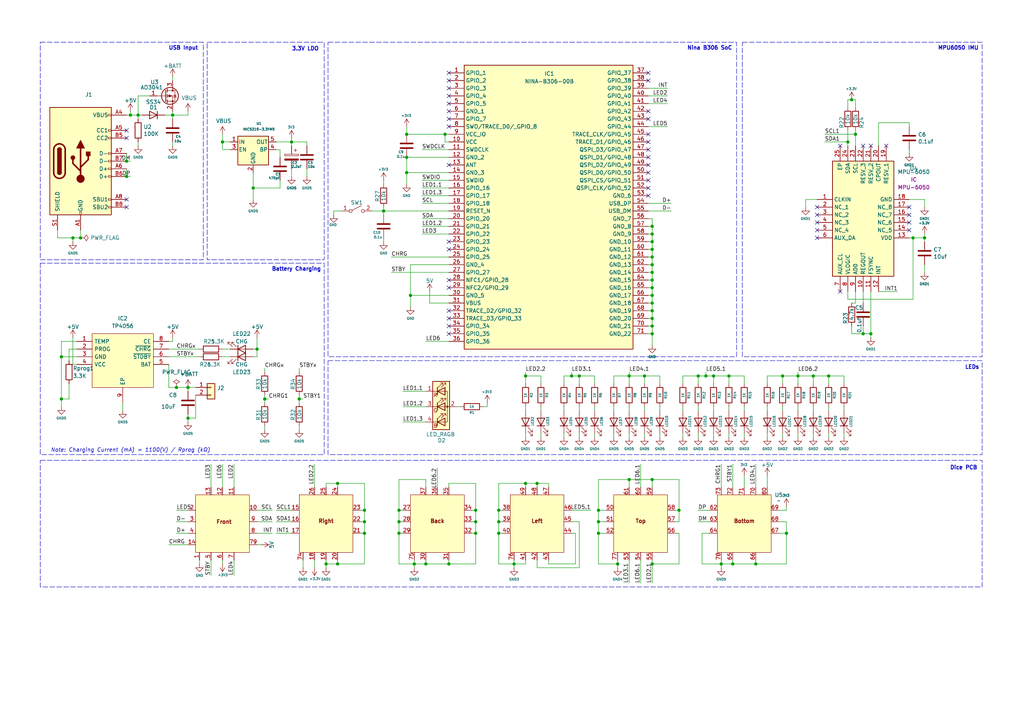
<source format=kicad_sch>
(kicad_sch (version 20231120) (generator "eeschema") (generator_version "8.0")
  (paper "User" 339 240)
  (title_block (title "BLE Dice") (company "Jobit Joseph @ Semicon Media Pvt Ltd"))
  (junction (at 285.75 110.49))
  (junction (at 215.9 102.87))
  (junction (at 215.9 100.33))
  (junction (at 215.9 186.69))
  (junction (at 134.62 52.07))
  (junction (at 198.12 168.91))
  (junction (at 215.9 80.01))
  (junction (at 215.9 90.17))
  (junction (at 132.08 172.72))
  (junction (at 260.35 176.53))
  (junction (at 281.94 33.02))
  (junction (at 120.65 168.91))
  (junction (at 215.9 92.71))
  (junction (at 43.18 38.1))
  (junction (at 306.07 78.74))
  (junction (at 191.77 124.46))
  (junction (at 213.36 124.46))
  (junction (at 134.62 44.45))
  (junction (at 127 69.85))
  (junction (at 165.1 176.53))
  (junction (at 280.67 46.99))
  (junction (at 215.9 74.93))
  (junction (at 87.63 132.08))
  (junction (at 135.89 97.79))
  (junction (at 157.48 176.53))
  (junction (at 215.9 77.47))
  (junction (at 241.3 124.46))
  (junction (at 215.9 105.41))
  (junction (at 302.26 78.74))
  (junction (at 99.06 132.08))
  (junction (at 137.16 186.69))
  (junction (at 132.08 168.91))
  (junction (at 45.72 38.1))
  (junction (at 233.68 124.46))
  (junction (at 165.1 172.72))
  (junction (at 24.13 78.74))
  (junction (at 242.57 186.69))
  (junction (at 208.28 124.46))
  (junction (at 62.23 138.43))
  (junction (at 198.12 176.53))
  (junction (at 107.95 186.69))
  (junction (at 231.14 124.46))
  (junction (at 120.65 172.72))
  (junction (at 62.23 128.27))
  (junction (at 165.1 168.91))
  (junction (at 259.08 124.46))
  (junction (at 58.42 128.27))
  (junction (at 215.9 82.55))
  (junction (at 215.9 87.63))
  (junction (at 132.08 176.53))
  (junction (at 20.32 118.11))
  (junction (at 215.9 107.95))
  (junction (at 274.32 124.46))
  (junction (at 238.76 186.69))
  (junction (at 83.82 62.23))
  (junction (at 236.22 124.46))
  (junction (at 147.32 44.45))
  (junction (at 111.76 186.69))
  (junction (at 148.59 186.69))
  (junction (at 264.16 124.46))
  (junction (at 215.9 85.09))
  (junction (at 20.32 132.08))
  (junction (at 177.8 160.02))
  (junction (at 157.48 172.72))
  (junction (at 41.91 53.34))
  (junction (at 41.91 58.42))
  (junction (at 120.65 176.53))
  (junction (at 140.97 186.69))
  (junction (at 157.48 168.91))
  (junction (at 224.79 168.91))
  (junction (at 57.15 38.1))
  (junction (at 198.12 172.72))
  (junction (at 269.24 124.46))
  (junction (at 283.21 44.45))
  (junction (at 288.29 110.49))
  (junction (at 215.9 110.49))
  (junction (at 96.52 46.99))
  (junction (at 85.09 115.57))
  (junction (at 173.99 160.02))
  (junction (at 215.9 95.25))
  (junction (at 204.47 186.69))
  (junction (at 26.67 78.74))
  (junction (at 189.23 124.46))
  (junction (at 134.62 57.15))
  (junction (at 173.99 124.46))
  (junction (at 73.66 46.99))
  (junction (at 170.18 186.69))
  (junction (at 250.19 186.69))
  (junction (at 215.9 97.79))
  (junction (at 208.28 158.75))
  (junction (at 111.76 160.02))
  (junction (at 215.9 158.75))
  (no_connect (at 41.91 68.58))
  (no_connect (at 148.59 105.41))
  (no_connect (at 270.51 71.12))
  (no_connect (at 214.63 49.53))
  (no_connect (at 214.63 52.07))
  (no_connect (at 214.63 62.23))
  (no_connect (at 270.51 78.74))
  (no_connect (at 214.63 39.37))
  (no_connect (at 300.99 73.66))
  (no_connect (at 148.59 26.67))
  (no_connect (at 288.29 48.26))
  (no_connect (at 293.37 48.26))
  (no_connect (at 214.63 59.69))
  (no_connect (at 148.59 107.95))
  (no_connect (at 148.59 80.01))
  (no_connect (at 41.91 45.72))
  (no_connect (at 300.99 76.2))
  (no_connect (at 300.99 71.12))
  (no_connect (at 148.59 34.29))
  (no_connect (at 148.59 29.21))
  (no_connect (at 214.63 44.45))
  (no_connect (at 148.59 92.71))
  (no_connect (at 148.59 24.13))
  (no_connect (at 148.59 110.49))
  (no_connect (at 148.59 95.25))
  (no_connect (at 278.13 48.26))
  (no_connect (at 41.91 66.04))
  (no_connect (at 270.51 73.66))
  (no_connect (at 214.63 54.61))
  (no_connect (at 285.75 48.26))
  (no_connect (at 148.59 54.61))
  (no_connect (at 214.63 26.67))
  (no_connect (at 148.59 102.87))
  (no_connect (at 148.59 31.75))
  (no_connect (at 41.91 43.18))
  (no_connect (at 148.59 36.83))
  (no_connect (at 300.99 68.58))
  (no_connect (at 214.63 64.77))
  (no_connect (at 278.13 96.52))
  (no_connect (at 148.59 39.37))
  (no_connect (at 270.51 76.2))
  (no_connect (at 214.63 36.83))
  (no_connect (at 214.63 24.13))
  (no_connect (at 148.59 82.55))
  (no_connect (at 270.51 68.58))
  (no_connect (at 214.63 57.15))
  (no_connect (at 148.59 41.91))
  (no_connect (at 214.63 46.99))
  (wire (pts (xy 41.91 58.42) (xy 43.18 58.42)))
  (wire (pts (xy 212.09 153.67) (xy 212.09 161.29)))
  (wire (pts (xy 129.54 85.09) (xy 148.59 85.09)))
  (wire (pts (xy 280.67 48.26) (xy 280.67 46.99)))
  (wire (pts (xy 186.69 124.46) (xy 189.23 124.46)))
  (wire (pts (xy 198.12 172.72) (xy 200.66 172.72)))
  (wire (pts (xy 41.91 50.8) (xy 41.91 53.34)))
  (wire (pts (xy 57.15 25.4) (xy 57.15 26.67)))
  (wire (pts (xy 259.08 124.46) (xy 259.08 127)))
  (wire (pts (xy 259.08 134.62) (xy 259.08 135.89)))
  (wire (pts (xy 101.6 55.88) (xy 101.6 58.42)))
  (wire (pts (xy 19.05 76.2) (xy 19.05 78.74)))
  (wire (pts (xy 215.9 193.04) (xy 215.9 186.69)))
  (wire (pts (xy 96.52 58.42) (xy 96.52 55.88)))
  (wire (pts (xy 156.21 172.72) (xy 157.48 172.72)))
  (wire (pts (xy 208.28 124.46) (xy 213.36 124.46)))
  (wire (pts (xy 43.18 36.83) (xy 43.18 38.1)))
  (wire (pts (xy 306.07 77.47) (xy 306.07 78.74)))
  (wire (pts (xy 241.3 134.62) (xy 241.3 135.89)))
  (wire (pts (xy 300.99 49.53) (xy 300.99 50.8)))
  (wire (pts (xy 137.16 186.69) (xy 137.16 185.42)))
  (wire (pts (xy 62.23 138.43) (xy 62.23 139.7)))
  (wire (pts (xy 285.75 107.95) (xy 285.75 110.49)))
  (wire (pts (xy 134.62 44.45) (xy 147.32 44.45)))
  (wire (pts (xy 208.28 134.62) (xy 208.28 135.89)))
  (wire (pts (xy 111.76 186.69) (xy 107.95 186.69)))
  (wire (pts (xy 231.14 143.51) (xy 231.14 144.78)))
  (wire (pts (xy 139.7 72.39) (xy 148.59 72.39)))
  (wire (pts (xy 129.54 90.17) (xy 148.59 90.17)))
  (wire (pts (xy 283.21 43.18) (xy 283.21 44.45)))
  (wire (pts (xy 83.82 115.57) (xy 85.09 115.57)))
  (wire (pts (xy 148.59 52.07) (xy 134.62 52.07)))
  (wire (pts (xy 280.67 99.06) (xy 302.26 99.06)))
  (wire (pts (xy 139.7 59.69) (xy 148.59 59.69)))
  (wire (pts (xy 215.9 77.47) (xy 215.9 80.01)))
  (wire (pts (xy 191.77 124.46) (xy 191.77 127)))
  (wire (pts (xy 177.8 160.02) (xy 173.99 160.02)))
  (wire (pts (xy 231.14 168.91) (xy 234.95 168.91)))
  (wire (pts (xy 92.71 49.53) (xy 91.44 49.53)))
  (wire (pts (xy 179.07 124.46) (xy 179.07 127)))
  (wire (pts (xy 133.35 134.62) (xy 140.97 134.62)))
  (wire (pts (xy 62.23 138.43) (xy 62.23 137.16)))
  (wire (pts (xy 181.61 160.02) (xy 177.8 160.02)))
  (wire (pts (xy 22.86 132.08) (xy 20.32 132.08)))
  (wire (pts (xy 157.48 186.69) (xy 148.59 186.69)))
  (wire (pts (xy 196.85 124.46) (xy 196.85 127)))
  (wire (pts (xy 236.22 124.46) (xy 241.3 124.46)))
  (wire (pts (xy 127 59.69) (xy 127 60.96)))
  (wire (pts (xy 215.9 186.69) (xy 215.9 185.42)))
  (wire (pts (xy 107.95 186.69) (xy 107.95 185.42)))
  (wire (pts (xy 218.44 143.51) (xy 218.44 144.78)))
  (wire (pts (xy 120.65 160.02) (xy 120.65 168.91)))
  (wire (pts (xy 220.98 41.91) (xy 214.63 41.91)))
  (wire (pts (xy 214.63 100.33) (xy 215.9 100.33)))
  (wire (pts (xy 139.7 74.93) (xy 148.59 74.93)))
  (wire (pts (xy 119.38 172.72) (xy 120.65 172.72)))
  (wire (pts (xy 264.16 123.19) (xy 264.16 124.46)))
  (wire (pts (xy 306.07 87.63) (xy 306.07 90.17)))
  (wire (pts (xy 139.7 64.77) (xy 148.59 64.77)))
  (wire (pts (xy 173.99 186.69) (xy 170.18 186.69)))
  (wire (pts (xy 214.63 107.95) (xy 215.9 107.95)))
  (wire (pts (xy 222.25 69.85) (xy 214.63 69.85)))
  (wire (pts (xy 157.48 168.91) (xy 157.48 172.72)))
  (wire (pts (xy 231.14 134.62) (xy 231.14 135.89)))
  (wire (pts (xy 45.72 38.1) (xy 46.99 38.1)))
  (wire (pts (xy 156.21 176.53) (xy 157.48 176.53)))
  (wire (pts (xy 215.9 100.33) (xy 215.9 102.87)))
  (wire (pts (xy 215.9 158.75) (xy 215.9 161.29)))
  (wire (pts (xy 246.38 124.46) (xy 246.38 127)))
  (wire (pts (xy 120.65 186.69) (xy 111.76 186.69)))
  (wire (pts (xy 57.15 38.1) (xy 62.23 38.1)))
  (wire (pts (xy 22.86 127) (xy 22.86 132.08)))
  (wire (pts (xy 222.25 67.31) (xy 214.63 67.31)))
  (wire (pts (xy 92.71 52.07) (xy 92.71 49.53)))
  (wire (pts (xy 231.14 172.72) (xy 234.95 172.72)))
  (wire (pts (xy 236.22 143.51) (xy 236.22 144.78)))
  (wire (pts (xy 165.1 168.91) (xy 165.1 172.72)))
  (wire (pts (xy 173.99 160.02) (xy 165.1 160.02)))
  (wire (pts (xy 198.12 172.72) (xy 198.12 176.53)))
  (wire (pts (xy 280.67 96.52) (xy 280.67 99.06)))
  (wire (pts (xy 191.77 134.62) (xy 191.77 135.89)))
  (wire (pts (xy 165.1 172.72) (xy 166.37 172.72)))
  (wire (pts (xy 104.14 153.67) (xy 104.14 161.29)))
  (wire (pts (xy 173.99 127) (xy 173.99 124.46)))
  (wire (pts (xy 165.1 172.72) (xy 165.1 176.53)))
  (wire (pts (xy 135.89 97.79) (xy 148.59 97.79)))
  (wire (pts (xy 43.18 38.1) (xy 45.72 38.1)))
  (wire (pts (xy 148.59 160.02) (xy 157.48 160.02)))
  (wire (pts (xy 133.35 129.54) (xy 140.97 129.54)))
  (wire (pts (xy 55.88 115.57) (xy 66.04 115.57)))
  (wire (pts (xy 90.17 168.91) (xy 85.09 168.91)))
  (wire (pts (xy 58.42 172.72) (xy 62.23 172.72)))
  (wire (pts (xy 231.14 124.46) (xy 231.14 127)))
  (wire (pts (xy 62.23 128.27) (xy 62.23 129.54)))
  (wire (pts (xy 246.38 143.51) (xy 246.38 144.78)))
  (wire (pts (xy 148.59 46.99) (xy 147.32 46.99)))
  (wire (pts (xy 64.77 138.43) (xy 62.23 138.43)))
  (wire (pts (xy 223.52 172.72) (xy 224.79 172.72)))
  (wire (pts (xy 73.66 186.69) (xy 73.66 185.42)))
  (wire (pts (xy 96.52 46.99) (xy 96.52 48.26)))
  (wire (pts (xy 203.2 143.51) (xy 203.2 144.78)))
  (wire (pts (xy 189.23 123.19) (xy 189.23 124.46)))
  (wire (pts (xy 120.65 176.53) (xy 120.65 186.69)))
  (wire (pts (xy 259.08 143.51) (xy 259.08 144.78)))
  (wire (pts (xy 264.16 134.62) (xy 264.16 135.89)))
  (wire (pts (xy 83.82 62.23) (xy 83.82 66.04)))
  (wire (pts (xy 107.95 187.96) (xy 107.95 186.69)))
  (wire (pts (xy 87.63 132.08) (xy 88.9 132.08)))
  (wire (pts (xy 254 143.51) (xy 254 144.78)))
  (wire (pts (xy 280.67 33.02) (xy 281.94 33.02)))
  (wire (pts (xy 19.05 78.74) (xy 24.13 78.74)))
  (wire (pts (xy 281.94 107.95) (xy 281.94 110.49)))
  (wire (pts (xy 157.48 172.72) (xy 157.48 176.53)))
  (wire (pts (xy 148.59 185.42) (xy 148.59 186.69)))
  (wire (pts (xy 41.91 55.88) (xy 41.91 58.42)))
  (wire (pts (xy 57.15 113.03) (xy 57.15 111.76)))
  (wire (pts (xy 226.06 124.46) (xy 231.14 124.46)))
  (wire (pts (xy 198.12 168.91) (xy 198.12 172.72)))
  (wire (pts (xy 273.05 44.45) (xy 283.21 44.45)))
  (wire (pts (xy 133.35 168.91) (xy 132.08 168.91)))
  (wire (pts (xy 260.35 172.72) (xy 260.35 176.53)))
  (wire (pts (xy 127 80.01) (xy 127 78.74)))
  (wire (pts (xy 269.24 124.46) (xy 269.24 127)))
  (wire (pts (xy 281.94 100.33) (xy 283.21 100.33)))
  (wire (pts (xy 134.62 41.91) (xy 134.62 44.45)))
  (wire (pts (xy 257.81 176.53) (xy 260.35 176.53)))
  (wire (pts (xy 223.52 176.53) (xy 224.79 176.53)))
  (wire (pts (xy 208.28 158.75) (xy 198.12 158.75)))
  (wire (pts (xy 224.79 172.72) (xy 224.79 168.91)))
  (wire (pts (xy 173.99 160.02) (xy 173.99 161.29)))
  (wire (pts (xy 215.9 110.49) (xy 215.9 114.3)))
  (wire (pts (xy 208.28 124.46) (xy 208.28 127)))
  (wire (pts (xy 215.9 102.87) (xy 215.9 105.41)))
  (wire (pts (xy 198.12 176.53) (xy 198.12 186.69)))
  (wire (pts (xy 55.88 180.34) (xy 62.23 180.34)))
  (wire (pts (xy 215.9 80.01) (xy 215.9 82.55)))
  (wire (pts (xy 191.77 143.51) (xy 191.77 144.78)))
  (wire (pts (xy 212.09 193.04) (xy 212.09 185.42)))
  (wire (pts (xy 246.38 134.62) (xy 246.38 135.89)))
  (wire (pts (xy 173.99 185.42) (xy 173.99 186.69)))
  (wire (pts (xy 285.75 110.49) (xy 288.29 110.49)))
  (wire (pts (xy 215.9 74.93) (xy 215.9 77.47)))
  (wire (pts (xy 242.57 185.42) (xy 242.57 186.69)))
  (wire (pts (xy 283.21 48.26) (xy 283.21 44.45)))
  (wire (pts (xy 198.12 186.69) (xy 204.47 186.69)))
  (wire (pts (xy 40.64 133.35) (xy 40.64 135.89)))
  (wire (pts (xy 220.98 34.29) (xy 214.63 34.29)))
  (wire (pts (xy 264.16 124.46) (xy 264.16 127)))
  (wire (pts (xy 283.21 35.56) (xy 283.21 33.02)))
  (wire (pts (xy 92.71 59.69) (xy 92.71 62.23)))
  (wire (pts (xy 204.47 187.96) (xy 204.47 186.69)))
  (wire (pts (xy 147.32 46.99) (xy 147.32 44.45)))
  (wire (pts (xy 242.57 186.69) (xy 238.76 186.69)))
  (wire (pts (xy 264.16 124.46) (xy 269.24 124.46)))
  (wire (pts (xy 234.95 176.53) (xy 232.41 176.53)))
  (wire (pts (xy 165.1 186.69) (xy 170.18 186.69)))
  (wire (pts (xy 77.47 190.5) (xy 77.47 185.42)))
  (wire (pts (xy 132.08 186.69) (xy 137.16 186.69)))
  (wire (pts (xy 85.09 115.57) (xy 85.09 118.11)))
  (wire (pts (xy 144.78 154.94) (xy 144.78 161.29)))
  (wire (pts (xy 77.47 153.67) (xy 77.47 161.29)))
  (wire (pts (xy 214.63 87.63) (xy 215.9 87.63)))
  (wire (pts (xy 186.69 127) (xy 186.69 124.46)))
  (wire (pts (xy 254 157.48) (xy 254 161.29)))
  (wire (pts (xy 96.52 45.72) (xy 96.52 46.99)))
  (wire (pts (xy 139.7 62.23) (xy 148.59 62.23)))
  (wire (pts (xy 214.63 92.71) (xy 215.9 92.71)))
  (wire (pts (xy 127 69.85) (xy 127 71.12)))
  (wire (pts (xy 215.9 82.55) (xy 215.9 85.09)))
  (wire (pts (xy 147.32 44.45) (xy 148.59 44.45)))
  (wire (pts (xy 24.13 78.74) (xy 24.13 80.01)))
  (wire (pts (xy 300.99 40.64) (xy 300.99 41.91)))
  (wire (pts (xy 232.41 176.53) (xy 232.41 186.69)))
  (wire (pts (xy 87.63 130.81) (xy 87.63 132.08)))
  (wire (pts (xy 269.24 143.51) (xy 269.24 144.78)))
  (wire (pts (xy 99.06 130.81) (xy 99.06 132.08)))
  (wire (pts (xy 214.63 80.01) (xy 215.9 80.01)))
  (wire (pts (xy 86.36 180.34) (xy 85.09 180.34)))
  (wire (pts (xy 223.52 168.91) (xy 224.79 168.91)))
  (wire (pts (xy 215.9 85.09) (xy 215.9 87.63)))
  (wire (pts (xy 220.98 29.21) (xy 214.63 29.21)))
  (wire (pts (xy 195.58 168.91) (xy 189.23 168.91)))
  (wire (pts (xy 214.63 72.39) (xy 215.9 72.39)))
  (wire (pts (xy 179.07 134.62) (xy 179.07 135.89)))
  (wire (pts (xy 189.23 124.46) (xy 191.77 124.46)))
  (wire (pts (xy 110.49 69.85) (xy 113.03 69.85)))
  (wire (pts (xy 49.53 31.75) (xy 45.72 31.75)))
  (wire (pts (xy 140.97 185.42) (xy 140.97 186.69)))
  (wire (pts (xy 64.77 130.81) (xy 64.77 138.43)))
  (wire (pts (xy 213.36 134.62) (xy 213.36 135.89)))
  (wire (pts (xy 215.9 107.95) (xy 215.9 110.49)))
  (wire (pts (xy 214.63 102.87) (xy 215.9 102.87)))
  (wire (pts (xy 170.18 187.96) (xy 170.18 186.69)))
  (wire (pts (xy 186.69 134.62) (xy 186.69 135.89)))
  (wire (pts (xy 132.08 172.72) (xy 133.35 172.72)))
  (wire (pts (xy 269.24 134.62) (xy 269.24 135.89)))
  (wire (pts (xy 132.08 176.53) (xy 132.08 186.69)))
  (wire (pts (xy 140.97 113.03) (xy 148.59 113.03)))
  (wire (pts (xy 99.06 132.08) (xy 99.06 133.35)))
  (wire (pts (xy 173.99 123.19) (xy 173.99 124.46)))
  (wire (pts (xy 250.19 185.42) (xy 250.19 186.69)))
  (wire (pts (xy 135.89 87.63) (xy 135.89 97.79)))
  (wire (pts (xy 142.24 100.33) (xy 142.24 96.52)))
  (wire (pts (xy 62.23 128.27) (xy 64.77 128.27)))
  (wire (pts (xy 279.4 143.51) (xy 279.4 144.78)))
  (wire (pts (xy 260.35 168.91) (xy 260.35 167.64)))
  (wire (pts (xy 45.72 31.75) (xy 45.72 38.1)))
  (wire (pts (xy 134.62 57.15) (xy 134.62 60.96)))
  (wire (pts (xy 119.38 168.91) (xy 120.65 168.91)))
  (wire (pts (xy 148.59 69.85) (xy 127 69.85)))
  (wire (pts (xy 148.59 186.69) (xy 140.97 186.69)))
  (wire (pts (xy 257.81 172.72) (xy 260.35 172.72)))
  (wire (pts (xy 177.8 185.42) (xy 177.8 187.96)))
  (wire (pts (xy 226.06 143.51) (xy 226.06 144.78)))
  (wire (pts (xy 119.38 176.53) (xy 120.65 176.53)))
  (wire (pts (xy 25.4 120.65) (xy 24.13 120.65)))
  (wire (pts (xy 215.9 186.69) (xy 224.79 186.69)))
  (wire (pts (xy 55.88 128.27) (xy 58.42 128.27)))
  (wire (pts (xy 161.29 134.62) (xy 161.29 133.35)))
  (wire (pts (xy 57.15 46.99) (xy 57.15 48.26)))
  (wire (pts (xy 224.79 168.91) (xy 224.79 158.75)))
  (wire (pts (xy 302.26 78.74) (xy 306.07 78.74)))
  (wire (pts (xy 288.29 110.49) (xy 288.29 111.76)))
  (wire (pts (xy 24.13 111.76) (xy 24.13 120.65)))
  (wire (pts (xy 148.59 100.33) (xy 142.24 100.33)))
  (wire (pts (xy 257.81 168.91) (xy 260.35 168.91)))
  (wire (pts (xy 99.06 142.24) (xy 99.06 140.97)))
  (wire (pts (xy 302.26 99.06) (xy 302.26 78.74)))
  (wire (pts (xy 20.32 132.08) (xy 20.32 134.62)))
  (wire (pts (xy 73.66 46.99) (xy 76.2 46.99)))
  (wire (pts (xy 306.07 68.58) (xy 306.07 66.04)))
  (wire (pts (xy 213.36 124.46) (xy 218.44 124.46)))
  (wire (pts (xy 20.32 113.03) (xy 20.32 118.11)))
  (wire (pts (xy 157.48 160.02) (xy 157.48 168.91)))
  (wire (pts (xy 297.18 96.52) (xy 290.83 96.52)))
  (wire (pts (xy 110.49 69.85) (xy 110.49 71.12)))
  (wire (pts (xy 127 69.85) (xy 127 68.58)))
  (wire (pts (xy 198.12 158.75) (xy 198.12 168.91)))
  (wire (pts (xy 250.19 153.67) (xy 250.19 161.29)))
  (wire (pts (xy 152.4 134.62) (xy 151.13 134.62)))
  (wire (pts (xy 215.9 90.17) (xy 215.9 92.71)))
  (wire (pts (xy 259.08 124.46) (xy 264.16 124.46)))
  (wire (pts (xy 208.28 143.51) (xy 208.28 144.78)))
  (wire (pts (xy 215.9 158.75) (xy 208.28 158.75)))
  (wire (pts (xy 139.7 67.31) (xy 148.59 67.31)))
  (wire (pts (xy 41.91 38.1) (xy 43.18 38.1)))
  (wire (pts (xy 177.8 160.02) (xy 177.8 161.29)))
  (wire (pts (xy 214.63 90.17) (xy 215.9 90.17)))
  (wire (pts (xy 242.57 153.67) (xy 242.57 161.29)))
  (wire (pts (xy 170.18 186.69) (xy 170.18 185.42)))
  (wire (pts (xy 99.06 132.08) (xy 100.33 132.08)))
  (wire (pts (xy 55.88 113.03) (xy 57.15 113.03)))
  (wire (pts (xy 274.32 134.62) (xy 274.32 135.89)))
  (wire (pts (xy 134.62 52.07) (xy 134.62 57.15)))
  (wire (pts (xy 283.21 100.33) (xy 283.21 96.52)))
  (wire (pts (xy 107.95 160.02) (xy 111.76 160.02)))
  (wire (pts (xy 204.47 186.69) (xy 204.47 185.42)))
  (wire (pts (xy 238.76 186.69) (xy 238.76 185.42)))
  (wire (pts (xy 58.42 168.91) (xy 62.23 168.91)))
  (wire (pts (xy 92.71 62.23) (xy 83.82 62.23)))
  (wire (pts (xy 203.2 124.46) (xy 208.28 124.46)))
  (wire (pts (xy 165.1 160.02) (xy 165.1 168.91)))
  (wire (pts (xy 215.9 105.41) (xy 215.9 107.95)))
  (wire (pts (xy 22.86 119.38) (xy 22.86 115.57)))
  (wire (pts (xy 190.5 186.69) (xy 190.5 176.53)))
  (wire (pts (xy 233.68 123.19) (xy 233.68 124.46)))
  (wire (pts (xy 96.52 46.99) (xy 101.6 46.99)))
  (wire (pts (xy 208.28 123.19) (xy 208.28 124.46)))
  (wire (pts (xy 233.68 124.46) (xy 236.22 124.46)))
  (wire (pts (xy 132.08 172.72) (xy 132.08 176.53)))
  (wire (pts (xy 181.61 185.42) (xy 181.61 186.69)))
  (wire (pts (xy 214.63 97.79) (xy 215.9 97.79)))
  (wire (pts (xy 224.79 158.75) (xy 215.9 158.75)))
  (wire (pts (xy 91.44 176.53) (xy 96.52 176.53)))
  (wire (pts (xy 191.77 187.96) (xy 191.77 172.72)))
  (wire (pts (xy 274.32 143.51) (xy 274.32 144.78)))
  (wire (pts (xy 203.2 134.62) (xy 203.2 135.89)))
  (wire (pts (xy 280.67 43.18) (xy 280.67 46.99)))
  (wire (pts (xy 254 127) (xy 254 124.46)))
  (wire (pts (xy 91.44 172.72) (xy 96.52 172.72)))
  (wire (pts (xy 111.76 185.42) (xy 111.76 186.69)))
  (wire (pts (xy 254 134.62) (xy 254 135.89)))
  (wire (pts (xy 20.32 118.11) (xy 20.32 132.08)))
  (wire (pts (xy 87.63 132.08) (xy 87.63 133.35)))
  (wire (pts (xy 196.85 143.51) (xy 196.85 144.78)))
  (wire (pts (xy 300.99 78.74) (xy 302.26 78.74)))
  (wire (pts (xy 290.83 48.26) (xy 290.83 40.64)))
  (wire (pts (xy 214.63 77.47) (xy 215.9 77.47)))
  (wire (pts (xy 215.9 95.25) (xy 215.9 97.79)))
  (wire (pts (xy 123.19 69.85) (xy 127 69.85)))
  (wire (pts (xy 196.85 134.62) (xy 196.85 135.89)))
  (wire (pts (xy 231.14 124.46) (xy 233.68 124.46)))
  (wire (pts (xy 73.66 44.45) (xy 73.66 46.99)))
  (wire (pts (xy 214.63 74.93) (xy 215.9 74.93)))
  (wire (pts (xy 99.06 121.92) (xy 99.06 123.19)))
  (wire (pts (xy 241.3 143.51) (xy 241.3 144.78)))
  (wire (pts (xy 214.63 95.25) (xy 215.9 95.25)))
  (wire (pts (xy 177.8 187.96) (xy 191.77 187.96)))
  (wire (pts (xy 191.77 124.46) (xy 196.85 124.46)))
  (wire (pts (xy 107.95 161.29) (xy 107.95 160.02)))
  (wire (pts (xy 85.09 111.76) (xy 85.09 115.57)))
  (wire (pts (xy 283.21 33.02) (xy 281.94 33.02)))
  (wire (pts (xy 232.41 186.69) (xy 238.76 186.69)))
  (wire (pts (xy 220.98 31.75) (xy 214.63 31.75)))
  (wire (pts (xy 214.63 110.49) (xy 215.9 110.49)))
  (wire (pts (xy 241.3 124.46) (xy 246.38 124.46)))
  (wire (pts (xy 236.22 134.62) (xy 236.22 135.89)))
  (wire (pts (xy 26.67 76.2) (xy 26.67 78.74)))
  (wire (pts (xy 135.89 97.79) (xy 135.89 101.6)))
  (wire (pts (xy 279.4 134.62) (xy 279.4 135.89)))
  (wire (pts (xy 250.19 186.69) (xy 242.57 186.69)))
  (wire (pts (xy 269.24 124.46) (xy 274.32 124.46)))
  (wire (pts (xy 241.3 124.46) (xy 241.3 127)))
  (wire (pts (xy 55.88 118.11) (xy 66.04 118.11)))
  (wire (pts (xy 165.1 168.91) (xy 166.37 168.91)))
  (wire (pts (xy 139.7 49.53) (xy 148.59 49.53)))
  (wire (pts (xy 111.76 160.02) (xy 120.65 160.02)))
  (wire (pts (xy 208.28 161.29) (xy 208.28 158.75)))
  (wire (pts (xy 91.44 46.99) (xy 96.52 46.99)))
  (wire (pts (xy 173.99 143.51) (xy 173.99 144.78)))
  (wire (pts (xy 203.2 127) (xy 203.2 124.46)))
  (wire (pts (xy 66.04 186.69) (xy 66.04 185.42)))
  (wire (pts (xy 111.76 160.02) (xy 111.76 161.29)))
  (wire (pts (xy 90.17 172.72) (xy 85.09 172.72)))
  (wire (pts (xy 288.29 96.52) (xy 288.29 110.49)))
  (wire (pts (xy 101.6 48.26) (xy 101.6 46.99)))
  (wire (pts (xy 238.76 187.96) (xy 238.76 186.69)))
  (wire (pts (xy 148.59 87.63) (xy 135.89 87.63)))
  (wire (pts (xy 218.44 124.46) (xy 218.44 127)))
  (wire (pts (xy 69.85 190.5) (xy 69.85 185.42)))
  (wire (pts (xy 198.12 176.53) (xy 200.66 176.53)))
  (wire (pts (xy 132.08 176.53) (xy 133.35 176.53)))
  (wire (pts (xy 120.65 172.72) (xy 120.65 176.53)))
  (wire (pts (xy 90.17 176.53) (xy 85.09 176.53)))
  (wire (pts (xy 179.07 143.51) (xy 179.07 144.78)))
  (wire (pts (xy 87.63 121.92) (xy 87.63 123.19)))
  (wire (pts (xy 260.35 186.69) (xy 250.19 186.69)))
  (wire (pts (xy 132.08 168.91) (xy 132.08 172.72)))
  (wire (pts (xy 91.44 168.91) (xy 96.52 168.91)))
  (wire (pts (xy 173.99 134.62) (xy 173.99 135.89)))
  (wire (pts (xy 214.63 105.41) (xy 215.9 105.41)))
  (wire (pts (xy 226.06 127) (xy 226.06 124.46)))
  (wire (pts (xy 236.22 124.46) (xy 236.22 127)))
  (wire (pts (xy 139.7 77.47) (xy 148.59 77.47)))
  (wire (pts (xy 218.44 134.62) (xy 218.44 135.89)))
  (wire (pts (xy 73.66 118.11) (xy 76.2 118.11)))
  (wire (pts (xy 24.13 78.74) (xy 26.67 78.74)))
  (wire (pts (xy 224.79 176.53) (xy 224.79 186.69)))
  (wire (pts (xy 22.86 115.57) (xy 25.4 115.57)))
  (wire (pts (xy 58.42 128.27) (xy 62.23 128.27)))
  (wire (pts (xy 73.66 49.53) (xy 73.66 46.99)))
  (wire (pts (xy 83.82 57.15) (xy 83.82 62.23)))
  (wire (pts (xy 104.14 187.96) (xy 104.14 185.42)))
  (wire (pts (xy 140.97 161.29) (xy 140.97 158.75)))
  (wire (pts (xy 148.59 161.29) (xy 148.59 160.02)))
  (wire (pts (xy 132.08 158.75) (xy 132.08 168.91)))
  (wire (pts (xy 140.97 158.75) (xy 132.08 158.75)))
  (wire (pts (xy 165.1 176.53) (xy 166.37 176.53)))
  (wire (pts (xy 260.35 176.53) (xy 260.35 186.69)))
  (wire (pts (xy 190.5 176.53) (xy 189.23 176.53)))
  (wire (pts (xy 213.36 143.51) (xy 213.36 144.78)))
  (wire (pts (xy 186.69 143.51) (xy 186.69 144.78)))
  (wire (pts (xy 45.72 46.99) (xy 45.72 48.26)))
  (wire (pts (xy 274.32 124.46) (xy 279.4 124.46)))
  (wire (pts (xy 73.66 115.57) (xy 76.2 115.57)))
  (wire (pts (xy 120.65 168.91) (xy 120.65 172.72)))
  (wire (pts (xy 270.51 66.04) (xy 266.7 66.04)))
  (wire (pts (xy 161.29 134.62) (xy 160.02 134.62)))
  (wire (pts (xy 208.28 193.04) (xy 208.28 185.42)))
  (wire (pts (xy 133.35 139.7) (xy 140.97 139.7)))
  (wire (pts (xy 266.7 66.04) (xy 266.7 68.58)))
  (wire (pts (xy 214.63 85.09) (xy 215.9 85.09)))
  (wire (pts (xy 214.63 82.55) (xy 215.9 82.55)))
  (wire (pts (xy 69.85 153.67) (xy 69.85 161.29)))
  (wire (pts (xy 140.97 186.69) (xy 137.16 186.69)))
  (wire (pts (xy 215.9 87.63) (xy 215.9 90.17)))
  (wire (pts (xy 73.66 153.67) (xy 73.66 161.29)))
  (wire (pts (xy 191.77 172.72) (xy 189.23 172.72)))
  (wire (pts (xy 290.83 40.64) (xy 300.99 40.64)))
  (wire (pts (xy 76.2 49.53) (xy 73.66 49.53)))
  (wire (pts (xy 25.4 113.03) (xy 20.32 113.03)))
  (wire (pts (xy 280.67 35.56) (xy 280.67 33.02)))
  (wire (pts (xy 198.12 168.91) (xy 200.66 168.91)))
  (wire (pts (xy 274.32 124.46) (xy 274.32 127)))
  (wire (pts (xy 264.16 143.51) (xy 264.16 144.78)))
  (wire (pts (xy 165.1 176.53) (xy 165.1 186.69)))
  (wire (pts (xy 306.07 66.04) (xy 300.99 66.04)))
  (wire (pts (xy 58.42 176.53) (xy 62.23 176.53)))
  (wire (pts (xy 137.16 187.96) (xy 137.16 186.69)))
  (wire (pts (xy 83.82 118.11) (xy 85.09 118.11)))
  (wire (pts (xy 57.15 38.1) (xy 57.15 39.37)))
  (wire (pts (xy 238.76 153.67) (xy 238.76 161.29)))
  (wire (pts (xy 215.9 92.71) (xy 215.9 95.25)))
  (wire (pts (xy 100.33 187.96) (xy 100.33 185.42)))
  (wire (pts (xy 45.72 38.1) (xy 45.72 39.37)))
  (wire (pts (xy 226.06 134.62) (xy 226.06 135.89)))
  (wire (pts (xy 254 124.46) (xy 259.08 124.46)))
  (wire (pts (xy 62.23 36.83) (xy 62.23 38.1)))
  (wire (pts (xy 281.94 110.49) (xy 285.75 110.49)))
  (wire (pts (xy 134.62 57.15) (xy 148.59 57.15)))
  (wire (pts (xy 55.88 120.65) (xy 55.88 128.27)))
  (wire (pts (xy 215.9 72.39) (xy 215.9 74.93)))
  (wire (pts (xy 306.07 78.74) (xy 306.07 80.01)))
  (wire (pts (xy 173.99 124.46) (xy 179.07 124.46)))
  (wire (pts (xy 57.15 36.83) (xy 57.15 38.1)))
  (wire (pts (xy 213.36 124.46) (xy 213.36 127)))
  (wire (pts (xy 273.05 46.99) (xy 280.67 46.99)))
  (wire (pts (xy 25.4 118.11) (xy 20.32 118.11)))
  (wire (pts (xy 181.61 186.69) (xy 190.5 186.69)))
  (wire (pts (xy 54.61 38.1) (xy 57.15 38.1)))
  (wire (pts (xy 87.63 142.24) (xy 87.63 140.97)))
  (wire (pts (xy 215.9 97.79) (xy 215.9 100.33)))
  (wire (pts (xy 41.91 53.34) (xy 43.18 53.34)))
  (wire (pts (xy 246.38 157.48) (xy 246.38 161.29)))
  (wire (pts (xy 181.61 161.29) (xy 181.61 160.02)))
  (wire (pts (xy 279.4 124.46) (xy 279.4 127)))
  (wire (pts (xy 156.21 168.91) (xy 157.48 168.91)))
  (wire (pts (xy 285.75 100.33) (xy 285.75 96.52)))
  (wire (pts (xy 157.48 176.53) (xy 157.48 186.69)))
  (rectangle (start 13.335 152.4) (end 325.12 194.31) (stroke (width 0) (type dash)))
  (rectangle (start 108.585 119.38) (end 325.12 150.495) (stroke (width 0) (type dash)))
  (rectangle (start 13.335 87.122) (end 107.315 150.495) (stroke (width 0) (type dash)))
  (rectangle (start 13.335 13.97) (end 67.31 85.979) (stroke (width 0) (type dash)))
  (rectangle (start 108.585 13.97) (end 243.84 118.11) (stroke (width 0) (type dash)))
  (rectangle (start 68.58 13.97) (end 107.315 85.979) (stroke (width 0) (type dash)))
  (rectangle (start 245.745 13.97) (end 325.12 118.11) (stroke (width 0) (type dash)))
  (text "Nina B306 SoC" (at 234.95 16.002 0) (effects (font (size 1.27 1.27) (thickness 0.254) (bold yes))))
  (text "MPU6050 IMU" (at 317.246 16.002 0) (effects (font (size 1.27 1.27) (thickness 0.254) (bold yes))))
  (text "Note: Charging Current (mA) = 1100(V) / Rprog (kΩ)" (at 16.764 149.86 0) (effects (font (size 1.27 1.27) (italic yes)) (justify left bottom)))
  (text "Battery Charging" (at 89.916 89.916 0) (effects (font (size 1.27 1.27) (thickness 0.254) (bold yes)) (justify left bottom)))
  (text "USB Input" (at 60.706 16.002 0) (effects (font (size 1.27 1.27) (thickness 0.254) (bold yes))))
  (text "3.3V LDO" (at 101.092 16.256 0) (effects (font (size 1.27 1.27) (thickness 0.254) (bold yes))))
  (text "LEDs" (at 321.818 121.666 0) (effects (font (size 1.27 1.27) (thickness 0.254) (bold yes))))
  (text "Dice PCB" (at 319.024 154.94 0) (effects (font (size 1.27 1.27) (thickness 0.254) (bold yes))))
  (label "LED6" (at 140.97 113.03 0))
  (label "CHRGx" (at 58.42 115.57 0))
  (label "LED3" (at 139.7 77.47 0))
  (label "LED5.1" (at 195.58 168.91 180))
  (label "SWDCLK" (at 139.7 49.53 0))
  (label "STBY" (at 69.85 190.5 90))
  (label "LED3.1" (at 208.28 193.04 90))
  (label "DP" (at 231.14 168.91 0))
  (label "LED1.1" (at 133.35 129.54 0))
  (label "LED4.1" (at 208.28 123.19 0))
  (label "LED6.1" (at 212.09 153.67 270))
  (label "SCL1" (at 91.44 168.91 0))
  (label "SDA" (at 90.17 172.72 180))
  (label "LED4" (at 77.47 190.5 90))
  (label "LED5" (at 220.98 41.91 180))
  (label "LED6.1" (at 212.09 193.04 90))
  (label "D+" (at 58.42 176.53 0))
  (label "SCL" (at 139.7 67.31 0))
  (label "LED1.2" (at 139.7 74.93 0))
  (label "DM" (at 43.18 53.34 180))
  (label "LED2" (at 220.98 31.75 180))
  (label "SDA1" (at 273.05 46.99 0))
  (label "SWDIO" (at 139.7 59.69 0))
  (label "DM" (at 231.14 172.72 0))
  (label "SCL1" (at 273.05 44.45 0))
  (label "SDA1" (at 91.44 172.72 0))
  (label "DP" (at 43.18 58.42 180))
  (label "LED4.1" (at 250.19 153.67 270))
  (label "INT1" (at 91.44 176.53 0))
  (label "LED2.2" (at 104.14 153.67 270))
  (label "LED1.3" (at 139.7 64.77 0))
  (label "LED1.1" (at 139.7 62.23 0))
  (label "STBYx" (at 58.42 118.11 0))
  (label "STBY" (at 129.54 90.17 0))
  (label "CHRG1" (at 238.76 153.67 270))
  (label "D-" (at 58.42 172.72 0))
  (label "INT" (at 90.17 176.53 180))
  (label "CHRG" (at 129.54 85.09 0))
  (label "SCL" (at 90.17 168.91 180))
  (label "LED2.1" (at 215.9 193.04 90))
  (label "SDA" (at 139.7 72.39 0))
  (label "LED5.1" (at 233.68 123.19 0))
  (label "STBYx" (at 99.06 121.92 0))
  (label "CHRG" (at 55.88 180.34 0))
  (label "STBY1" (at 100.33 132.08 0))
  (label "LED5" (at 58.42 168.91 0))
  (label "INT" (at 220.98 29.21 180))
  (label "CHRGx" (at 87.63 121.92 0))
  (label "INT1" (at 297.18 96.52 180))
  (label "STBY1" (at 242.57 153.67 270))
  (label "LED1.3" (at 133.35 139.7 0))
  (label "LED6" (at 73.66 153.67 270))
  (label "LED1.2" (at 133.35 134.62 0))
  (label "D+" (at 222.25 67.31 180))
  (label "LED2" (at 77.47 153.67 270))
  (label "LED6.2" (at 264.16 123.19 0))
  (label "D-" (at 222.25 69.85 180))
  (label "LED3.1" (at 189.23 123.19 0))
  (label "LED4" (at 220.98 34.29 180))
  (label "CHRG1" (at 88.9 132.08 0))
  (label "LED2.2" (at 173.99 123.19 0))
  (label "LED3" (at 69.85 153.67 270))
  (label "LED6.2" (at 144.78 154.94 270))
  (symbol (lib_id "power:GND") (at 134.62 60.96 0) (unit 1)
    (property "Reference" "#PWR048" (effects (hide yes)))
    (property "Value" "GND" (at 134.62 64.77 0) (effects (font (size 0.8 0.8))))
  )
  (symbol (lib_id "power:GND") (at 100.33 187.96 0) (unit 1)
    (property "Reference" "#PWR056" (effects (hide yes)))
    (property "Value" "GND1" (at 100.33 191.77 0) (effects (font (size 0.8 0.8))))
  )
  (symbol (lib_id "Device:R") (at 213.36 130.81 180) (unit 1)
    (property "Reference" "R9" (at 215.3158 130.81 90) (effects (font (size 0.8 0.8))))
    (property "Value" "1K" (at 213.36 130.81 90) (effects (font (size 0.8 0.8))))
    (property "Footprint" "Resistor_SMD:R_0603_1608Metric" (effects (hide yes)))
  )
  (symbol (lib_id "power:+3V3") (at 96.52 45.72 0) (unit 1)
    (property "Reference" "#PWR03" (effects (hide yes)))
    (property "Value" "3V3" (at 96.393 42.0878 0) (effects (font (size 0.8 0.8))))
  )
  (symbol (lib_id "power:+3V3") (at 161.29 133.35 0) (unit 1)
    (property "Reference" "#PWR055" (effects (hide yes)))
    (property "Value" "+3V3" (at 161.163 129.7178 0) (effects (font (size 0.8 0.8))))
  )
  (symbol (lib_id "power:VBUS") (at 62.23 36.83 0) (unit 1)
    (property "Reference" "#PWR032" (effects (hide yes)))
    (property "Value" "VBUS" (at 62.611 32.4358 0))
  )
  (symbol (lib_id "Device:LED") (at 241.3 139.7 90) (unit 1)
    (property "Reference" "LED14" (at 243.586 139.446 0) (effects (font (size 0.8 0.8))))
    (property "Value" "POW_LED" (effects (hide yes)))
    (property "Footprint" "LED_SMD:LED_0805_2012Metric" (effects (hide yes)))
  )
  (symbol (lib_id "power:GND") (at 213.36 144.78 0) (unit 1)
    (property "Reference" "#PWR014" (effects (hide yes)))
    (property "Value" "GND5" (at 213.36 148.59 0) (effects (font (size 0.8 0.8))))
  )
  (symbol (lib_id "power:GND") (at 306.07 68.58 0) (unit 1)
    (property "Reference" "#PWR037" (effects (hide yes)))
    (property "Value" "GND1" (at 306.07 72.39 0) (effects (font (size 0.8 0.8))))
  )
  (symbol (lib_id "power:GND") (at 241.3 144.78 0) (unit 1)
    (property "Reference" "#PWR016" (effects (hide yes)))
    (property "Value" "GND3" (at 241.3 148.59 0) (effects (font (size 0.8 0.8))))
  )
  (symbol (lib_id "Device:C") (at 101.6 52.07 0) (unit 1)
    (property "Reference" "C3" (at 101.854 53.848 0) (effects (font (size 0.8 0.8)) (justify left)))
    (property "Value" "10u" (at 101.854 55.118 0) (effects (font (size 0.8 0.8)) (justify left)))
    (property "Footprint" "Capacitor_SMD:C_0603_1608Metric" (effects (hide yes)))
  )
  (symbol (lib_id "power:GND") (at 215.9 114.3 0) (unit 1)
    (property "Reference" "#PWR047" (effects (hide yes)))
    (property "Value" "GND" (at 215.9 118.11 0) (effects (font (size 0.8 0.8))))
  )
  (symbol (lib_id "power:GND") (at 170.18 187.96 0) (unit 1)
    (property "Reference" "#PWR058" (effects (hide yes)))
    (property "Value" "GND3" (at 170.18 191.77 0) (effects (font (size 0.8 0.8))))
  )
  (symbol (lib_id "Device:R") (at 186.69 130.81 180) (unit 1)
    (property "Reference" "R4" (at 188.6458 130.81 90) (effects (font (size 0.8 0.8))))
    (property "Value" "1K" (at 186.69 130.81 90) (effects (font (size 0.8 0.8))))
    (property "Footprint" "Resistor_SMD:R_0603_1608Metric" (effects (hide yes)))
  )
  (symbol (lib_id "Device:R") (at 280.67 39.37 180) (unit 1)
    (property "Reference" "R22" (at 278.638 38.608 90) (effects (justify left)))
    (property "Value" "10k" (at 280.67 37.592 90) (effects (justify left)))
    (property "Footprint" "Resistor_SMD:R_0603_1608Metric" (effects (hide yes)))
  )
  (symbol (lib_id "downloader-rescue:USB_C_Receptacle_USB2.0-Connector") (at 26.67 53.34 0) (unit 1)
    (property "Reference" "J1" (at 29.3878 31.3182 0))
    (property "Value" "USB_C_Receptacle_USB2.0" (effects (hide yes)))
    (property "Footprint" "Connector_USB:USB_C_Receptacle_HRO_TYPE-C-31-M-12" (effects (hide yes)))
    (property "Datasheet" "https://www.usb.org/sites/default/files/documents/usb_type-c.zip" (effects (hide yes)))
  )
  (symbol (lib_id "Device:LED") (at 208.28 139.7 90) (unit 1)
    (property "Reference" "LED8" (at 210.566 139.446 0) (effects (font (size 0.8 0.8))))
    (property "Value" "POW_LED" (effects (hide yes)))
    (property "Footprint" "LED_SMD:LED_0805_2012Metric" (effects (hide yes)))
  )
  (symbol (lib_id "power:VBUS") (at 73.66 44.45 0) (unit 1)
    (property "Reference" "#PWR01" (effects (hide yes)))
    (property "Value" "VBUS" (at 74.041 40.0558 0))
  )
  (symbol (lib_id "Device:LED") (at 218.44 139.7 90) (unit 1)
    (property "Reference" "LED10" (at 220.726 139.446 0) (effects (font (size 0.8 0.8))))
    (property "Value" "POW_LED" (effects (hide yes)))
    (property "Footprint" "LED_SMD:LED_0805_2012Metric" (effects (hide yes)))
  )
  (symbol (lib_id "Device:C") (at 300.99 45.72 0) (unit 1)
    (property "Reference" "C6" (at 303.911 44.5516 0) (effects (justify left)))
    (property "Value" "0.1uf" (at 303.911 46.863 0) (effects (justify left)))
    (property "Footprint" "Capacitor_SMD:C_0603_1608Metric" (effects (hide yes)))
  )
  (symbol (lib_id "power:GND") (at 40.64 135.89 0) (unit 1)
    (property "Reference" "#PWR042" (effects (hide yes)))
    (property "Value" "GND5" (at 40.64 139.7 0) (effects (font (size 0.8 0.8))))
  )
  (symbol (lib_id "Switch:SW_SPST") (at 118.11 69.85 0) (unit 1)
    (property "Reference" "SW1" (at 118.11 67.056 0))
    (property "Value" "TS-1088R-02526 " (effects (hide yes)))
    (property "Footprint" "3x4x2:Tactile 3x4x2mm TS-A010" (effects (hide yes)))
  )
  (symbol (lib_id "power:GND") (at 238.76 187.96 0) (unit 1)
    (property "Reference" "#PWR060" (effects (hide yes)))
    (property "Value" "GND5" (at 238.76 191.77 0) (effects (font (size 0.8 0.8))))
  )
  (symbol (lib_id "Device:LED") (at 254 139.7 90) (unit 1)
    (property "Reference" "LED16" (at 256.286 139.446 0) (effects (font (size 0.8 0.8))))
    (property "Value" "POW_LED" (effects (hide yes)))
    (property "Footprint" "LED_SMD:LED_0805_2012Metric" (effects (hide yes)))
  )
  (symbol (lib_id "Device:C") (at 285.75 104.14 0) (mirror y) (unit 1)
    (property "Reference" "C5" (at 285.75 101.854 0) (effects (justify left)))
    (property "Value" "0.1uf" (at 284.48 110.236 90) (effects (justify left)))
    (property "Footprint" "Capacitor_SMD:C_0603_1608Metric" (effects (hide yes)))
  )
  (symbol (lib_id "power:+3V3") (at 246.38 157.48 0) (unit 1)
    (property "Reference" "#PWR026" (effects (hide yes)))
    (property "Value" "3V3" (at 246.253 153.8478 0) (effects (font (size 0.8 0.8))))
  )
  (symbol (lib_id "Device:R") (at 203.2 130.81 180) (unit 1)
    (property "Reference" "R7" (at 205.1558 130.81 90) (effects (font (size 0.8 0.8))))
    (property "Value" "1K" (at 203.2 130.81 90) (effects (font (size 0.8 0.8))))
    (property "Footprint" "Resistor_SMD:R_0603_1608Metric" (effects (hide yes)))
  )
  (symbol (lib_id "NINA-B306-00B:NINA-B306-00B") (at 148.59 24.13 0) (unit 1)
    (property "Reference" "IC1" (at 181.864 24.384 0))
    (property "Value" "NINA-B306-00B" (at 181.864 26.924 0))
    (property "Footprint" "NINA-B306-00B:NINAB30600B" (effects (hide yes)))
    (property "Datasheet" "https://www.u-blox.com/en/docs/UBX-17052099" (effects (hide yes)))
    (property "Description" "RX TXRX MODULE BT TRC ANT SMD" (effects (hide yes)))
    (property "Mouser Part Number" "377-NINA-B306-00B" (effects (hide yes)))
    (property "Mouser Price/Stock" "https://www.mouser.co.uk/ProductDetail/u-blox/NINA-B306-00B?qs=zW32dvEIR3uPiIbgcFbQtQ%3D%3D" (effects (hide yes)))
    (property "Manufacturer_Name" "u-blox" (effects (hide yes)))
    (property "Manufacturer_Part_Number" "NINA-B306-00B" (effects (hide yes)))
  )
  (symbol (lib_id "Device:C") (at 92.71 55.88 0) (unit 1)
    (property "Reference" "C1" (at 91.186 57.658 0) (effects (font (size 0.8 0.8)) (justify left)))
    (property "Value" "470pF" (at 88.9 58.928 0) (effects (font (size 0.8 0.8)) (justify left)))
    (property "Footprint" "Capacitor_SMD:C_0603_1608Metric" (effects (hide yes)))
  )
  (symbol (lib_id "Device:R") (at 254 130.81 180) (unit 1)
    (property "Reference" "R16" (at 255.9558 130.81 90) (effects (font (size 0.8 0.8))))
    (property "Value" "1K" (at 254 130.81 90) (effects (font (size 0.8 0.8))))
    (property "Footprint" "Resistor_SMD:R_0603_1608Metric" (effects (hide yes)))
  )
  (symbol (lib_id "Device:C") (at 306.07 83.82 0) (unit 1)
    (property "Reference" "C7" (at 308.991 82.6516 0) (effects (justify left)))
    (property "Value" "10uf" (at 308.991 84.963 0) (effects (justify left)))
    (property "Footprint" "Capacitor_SMD:C_0603_1608Metric" (effects (hide yes)))
  )
  (symbol (lib_id "Device:LED") (at 80.01 118.11 0) (unit 1)
    (property "Reference" "LED23" (at 80.01 123.19 0))
    (property "Value" "CHG" (at 80.01 120.65 0))
    (property "Footprint" "LED_SMD:LED_0603_1608Metric" (effects (hide yes)))
  )
  (symbol (lib_id "power:GND") (at 218.44 144.78 0) (unit 1)
    (property "Reference" "#PWR015" (effects (hide yes)))
    (property "Value" "GND5" (at 218.44 148.59 0) (effects (font (size 0.8 0.8))))
  )
  (symbol (lib_id "Device:R") (at 69.85 115.57 270) (unit 1)
    (property "Reference" "R25" (at 67.31 113.03 90) (effects (justify left)))
    (property "Value" "1.3K" (at 69.85 113.03 90) (effects (justify left)))
    (property "Footprint" "Resistor_SMD:R_0603_1608Metric" (effects (hide yes)))
  )
  (symbol (lib_id "Device:R") (at 191.77 130.81 180) (unit 1)
    (property "Reference" "R5" (at 193.7258 130.81 90) (effects (font (size 0.8 0.8))))
    (property "Value" "1K" (at 191.77 130.81 90) (effects (font (size 0.8 0.8))))
    (property "Footprint" "Resistor_SMD:R_0603_1608Metric" (effects (hide yes)))
  )
  (symbol (lib_id "power:+5V") (at 254 157.48 0) (unit 1)
    (property "Reference" "#PWR067" (effects (hide yes)))
    (property "Value" "+5V" (at 254 153.924 0))
  )
  (symbol (lib_id "Device:LED") (at 203.2 139.7 90) (unit 1)
    (property "Reference" "LED7" (at 205.486 139.446 0) (effects (font (size 0.8 0.8))))
    (property "Value" "POW_LED" (effects (hide yes)))
    (property "Footprint" "LED_SMD:LED_0805_2012Metric" (effects (hide yes)))
  )
  (symbol (lib_id "power:+3V3") (at 306.07 77.47 0) (unit 1)
    (property "Reference" "#PWR064" (effects (hide yes)))
    (property "Value" "+3.3V" (at 305.943 73.8378 0) (effects (font (size 0.8 0.8))))
  )
  (symbol (lib_id "Device:LED") (at 191.77 139.7 90) (unit 1)
    (property "Reference" "LED5" (at 194.056 139.446 0) (effects (font (size 0.8 0.8))))
    (property "Value" "POW_LED" (effects (hide yes)))
    (property "Footprint" "LED_SMD:LED_0805_2012Metric" (effects (hide yes)))
  )
  (symbol (lib_id "power:+BATT") (at 62.23 128.27 0) (unit 1)
    (property "Reference" "#PWR044" (effects (hide yes)))
    (property "Value" "+BATT" (at 62.611 123.8758 0))
  )
  (symbol (lib_id "Device:R") (at 281.94 104.14 180) (unit 1)
    (property "Reference" "R23" (at 279.908 103.378 90) (effects (justify left)))
    (property "Value" "4.7k" (at 281.94 101.854 90) (effects (justify left)))
    (property "Footprint" "Resistor_SMD:R_0603_1608Metric" (effects (hide yes)))
  )
  (symbol (lib_id "Device:R") (at 241.3 130.81 180) (unit 1)
    (property "Reference" "R14" (at 243.2558 130.81 90) (effects (font (size 0.8 0.8))))
    (property "Value" "1K" (at 241.3 130.81 90) (effects (font (size 0.8 0.8))))
    (property "Footprint" "Resistor_SMD:R_0603_1608Metric" (effects (hide yes)))
  )
  (symbol (lib_id "Device:R") (at 208.28 130.81 180) (unit 1)
    (property "Reference" "R8" (at 210.2358 130.81 90) (effects (font (size 0.8 0.8))))
    (property "Value" "1K" (at 208.28 130.81 90) (effects (font (size 0.8 0.8))))
    (property "Footprint" "Resistor_SMD:R_0603_1608Metric" (effects (hide yes)))
  )
  (symbol (lib_id "power:GND") (at 208.28 144.78 0) (unit 1)
    (property "Reference" "#PWR013" (effects (hide yes)))
    (property "Value" "GND5" (at 208.28 148.59 0) (effects (font (size 0.8 0.8))))
  )
  (symbol (lib_id "Device:LED") (at 264.16 139.7 90) (unit 1)
    (property "Reference" "LED18" (at 266.446 139.446 0) (effects (font (size 0.8 0.8))))
    (property "Value" "POW_LED" (effects (hide yes)))
    (property "Footprint" "LED_SMD:LED_0805_2012Metric" (effects (hide yes)))
  )
  (symbol (lib_id "Device:R") (at 22.86 123.19 0) (unit 1)
    (property "Reference" "Rprog1" (at 24.13 121.92 0) (effects (justify left)))
    (property "Value" "3.3K" (at 24.13 124.46 0) (effects (justify left)))
    (property "Footprint" "Resistor_SMD:R_0603_1608Metric" (effects (hide yes)))
  )
  (symbol (lib_id "power:+3V3") (at 104.14 187.96 180) (unit 1)
    (property "Reference" "#PWR063" (effects (hide yes)))
    (property "Value" "+3.3V" (at 104.267 191.5922 0) (effects (font (size 0.8 0.8))))
  )
  (symbol (lib_id "power:GND") (at 196.85 144.78 0) (unit 1)
    (property "Reference" "#PWR09" (effects (hide yes)))
    (property "Value" "GND4" (at 196.85 148.59 0) (effects (font (size 0.8 0.8))))
  )
  (symbol (lib_id "power:GND") (at 204.47 187.96 0) (unit 1)
    (property "Reference" "#PWR059" (effects (hide yes)))
    (property "Value" "GND4" (at 204.47 191.77 0) (effects (font (size 0.8 0.8))))
  )
  (symbol (lib_id "Device:C") (at 57.15 43.18 0) (unit 1)
    (property "Reference" "C4" (at 58.166 45.212 0) (effects (font (size 0.8 0.8)) (justify left)))
    (property "Value" "10u" (at 57.658 46.736 0) (effects (font (size 0.8 0.8)) (justify left)))
    (property "Footprint" "Capacitor_SMD:C_0603_1608Metric" (effects (hide yes)))
  )
  (symbol (lib_id "power:PWR_FLAG") (at 26.67 78.74 270) (unit 1)
    (property "Reference" "#FLG01" (effects (hide yes)))
    (property "Value" "PWR_FLAG" (at 29.9212 78.74 90) (effects (justify left)))
  )
  (symbol (lib_id "power:GND") (at 288.29 111.76 0) (unit 1)
    (property "Reference" "#PWR08" (effects (hide yes)))
    (property "Value" "GND1" (at 288.29 115.57 0) (effects (font (size 0.8 0.8))))
  )
  (symbol (lib_id "power:GND") (at 57.15 48.26 0) (unit 1)
    (property "Reference" "#PWR031" (effects (hide yes)))
    (property "Value" "GND5" (at 57.15 52.07 0) (effects (font (size 0.8 0.8))))
  )
  (symbol (lib_id "power:GND") (at 24.13 80.01 0) (unit 1)
    (property "Reference" "#PWR027" (effects (hide yes)))
    (property "Value" "GND5" (at 24.13 83.82 0) (effects (font (size 0.8 0.8))))
  )
  (symbol (lib_id "power:GND") (at 62.23 139.7 0) (unit 1)
    (property "Reference" "#PWR039" (effects (hide yes)))
    (property "Value" "GND5" (at 62.23 143.51 0) (effects (font (size 0.8 0.8))))
  )
  (symbol (lib_id "power:+5V") (at 43.18 36.83 0) (unit 1)
    (property "Reference" "#PWR028" (effects (hide yes)))
    (property "Value" "+5V" (at 43.18 33.274 0))
  )
  (symbol (lib_id "Device:R") (at 45.72 43.18 0) (unit 1)
    (property "Reference" "U2" (at 47.498 42.0116 0) (effects (justify left)))
    (property "Value" "100K" (at 47.498 44.323 0) (effects (justify left)))
    (property "Footprint" "Resistor_SMD:R_0603_1608Metric" (effects (hide yes)))
  )
  (symbol (lib_id "power:GND") (at 173.99 144.78 0) (unit 1)
    (property "Reference" "#PWR061" (effects (hide yes)))
    (property "Value" "GND1" (at 173.99 148.59 0) (effects (font (size 0.8 0.8))))
  )
  (symbol (lib_id "power:GND") (at 269.24 144.78 0) (unit 1)
    (property "Reference" "#PWR023" (effects (hide yes)))
    (property "Value" "GND2" (at 269.24 148.59 0) (effects (font (size 0.8 0.8))))
  )
  (symbol (lib_id "power:GND") (at 137.16 187.96 0) (unit 1)
    (property "Reference" "#PWR057" (effects (hide yes)))
    (property "Value" "GND2" (at 137.16 191.77 0) (effects (font (size 0.8 0.8))))
  )
  (symbol (lib_id "power:+5V") (at 57.15 111.76 0) (unit 1)
    (property "Reference" "#PWR041" (effects (hide yes)))
    (property "Value" "+5V" (at 57.15 108.204 0))
  )
  (symbol (lib_id "power:GND") (at 87.63 142.24 0) (unit 1)
    (property "Reference" "#PWR080" (effects (hide yes)))
    (property "Value" "GND5" (at 87.63 146.05 0) (effects (font (size 0.8 0.8))))
  )
  (symbol (lib_id "Device:R") (at 279.4 130.81 180) (unit 1)
    (property "Reference" "R21" (at 281.3558 130.81 90) (effects (font (size 0.8 0.8))))
    (property "Value" "1K" (at 279.4 130.81 90) (effects (font (size 0.8 0.8))))
    (property "Footprint" "Resistor_SMD:R_0603_1608Metric" (effects (hide yes)))
  )
  (symbol (lib_id "power:GND") (at 186.69 144.78 0) (unit 1)
    (property "Reference" "#PWR011" (effects (hide yes)))
    (property "Value" "GND4" (at 186.69 148.59 0) (effects (font (size 0.8 0.8))))
  )
  (symbol (lib_id "power:GND") (at 110.49 71.12 0) (unit 1)
    (property "Reference" "#PWR052" (effects (hide yes)))
    (property "Value" "GND" (at 110.236 74.422 0) (effects (font (size 0.8 0.8))))
  )
  (symbol (lib_id "Device:LED") (at 80.01 115.57 0) (mirror x) (unit 1)
    (property "Reference" "LED22" (at 80.01 110.49 0))
    (property "Value" "CHG" (at 80.01 113.03 0))
    (property "Footprint" "LED_SMD:LED_0603_1608Metric" (effects (hide yes)))
  )
  (symbol (lib_id "TP4056-42-ESOP8:TP4056-42-ESOP8") (at 25.4 113.03 0) (unit 1)
    (property "Reference" "IC2" (at 40.64 105.41 0))
    (property "Value" "TP4056" (at 40.64 107.95 0))
    (property "Footprint" "tp4056:SOIC127P600X175-9N" (effects (hide yes)))
    (property "Datasheet" "https://datasheet.lcsc.com/szlcsc/1906261508_Nanjing-Extension-Microelectronics-TP4056-42-ESOP8_C16581.pdf" (effects (hide yes)))
    (property "Description" "PMIC - Battery Management ESOP-8 RoHS" (effects (hide yes)))
    (property "Height" "1.75" (effects (hide yes)))
    (property "Manufacturer_Name" "Nanjing Extension Microelectronics" (effects (hide yes)))
    (property "Manufacturer_Part_Number" "TP4056-42-ESOP8" (effects (hide yes)))
  )
  (symbol (lib_id "power:+3V3") (at 260.35 167.64 0) (unit 1)
    (property "Reference" "#PWR065" (effects (hide yes)))
    (property "Value" "3V3" (at 260.223 164.0078 0) (effects (font (size 0.8 0.8))))
  )
  (symbol (lib_id "Device:R") (at 179.07 130.81 180) (unit 1)
    (property "Reference" "R3" (at 181.0258 130.81 90) (effects (font (size 0.8 0.8))))
    (property "Value" "1K" (at 179.07 130.81 90) (effects (font (size 0.8 0.8))))
    (property "Footprint" "Resistor_SMD:R_0603_1608Metric" (effects (hide yes)))
  )
  (symbol (lib_id "power:GND") (at 274.32 144.78 0) (unit 1)
    (property "Reference" "#PWR024" (effects (hide yes)))
    (property "Value" "GND2" (at 274.32 148.59 0) (effects (font (size 0.8 0.8))))
  )
  (symbol (lib_id "power:GND") (at 246.38 144.78 0) (unit 1)
    (property "Reference" "#PWR045" (effects (hide yes)))
    (property "Value" "GND3" (at 246.38 148.59 0) (effects (font (size 0.8 0.8))))
  )
  (symbol (lib_id "power:GND") (at 20.32 134.62 0) (unit 1)
    (property "Reference" "#PWR040" (effects (hide yes)))
    (property "Value" "GND5" (at 20.32 138.43 0) (effects (font (size 0.8 0.8))))
  )
  (symbol (lib_id "Device:LED") (at 186.69 139.7 90) (unit 1)
    (property "Reference" "LED4" (at 188.976 139.446 0) (effects (font (size 0.8 0.8))))
    (property "Value" "POW_LED" (effects (hide yes)))
    (property "Footprint" "LED_SMD:LED_0805_2012Metric" (effects (hide yes)))
  )
  (symbol (lib_id "Device:C") (at 127 74.93 0) (mirror y) (unit 1)
    (property "Reference" "C10" (at 125.984 76.962 0) (effects (font (size 0.8 0.8)) (justify left)))
    (property "Value" "0.1u" (at 126.492 78.486 0) (effects (font (size 0.8 0.8)) (justify left)))
    (property "Footprint" "Capacitor_SMD:C_0603_1608Metric" (effects (hide yes)))
  )
  (symbol (lib_id "Device:R") (at 127 64.77 180) (unit 1)
    (property "Reference" "R27" (at 124.968 62.992 90) (effects (justify left)))
    (property "Value" "10k" (at 127 62.992 90) (effects (justify left)))
    (property "Footprint" "Resistor_SMD:R_0603_1608Metric" (effects (hide yes)))
  )
  (symbol (lib_id "power:GND") (at 226.06 144.78 0) (unit 1)
    (property "Reference" "#PWR019" (effects (hide yes)))
    (property "Value" "GND3" (at 226.06 148.59 0) (effects (font (size 0.8 0.8))))
  )
  (symbol (lib_id "Device:R") (at 87.63 127 180) (unit 1)
    (property "Reference" "R33" (at 85.598 125.222 90) (effects (justify left)))
    (property "Value" "10k" (at 87.63 125.222 90) (effects (justify left)))
    (property "Footprint" "Resistor_SMD:R_0603_1608Metric" (effects (hide yes)))
  )
  (symbol (lib_id "power:GND") (at 83.82 66.04 0) (unit 1)
    (property "Reference" "#PWR02" (effects (hide yes)))
    (property "Value" "GND5" (at 83.82 69.85 0) (effects (font (size 0.8 0.8))))
  )
  (symbol (lib_id "Device:R") (at 236.22 130.81 180) (unit 1)
    (property "Reference" "R13" (at 238.1758 130.81 90) (effects (font (size 0.8 0.8))))
    (property "Value" "1K" (at 236.22 130.81 90) (effects (font (size 0.8 0.8))))
    (property "Footprint" "Resistor_SMD:R_0603_1608Metric" (effects (hide yes)))
  )
  (symbol (lib_id "power:GND") (at 236.22 144.78 0) (unit 1)
    (property "Reference" "#PWR017" (effects (hide yes)))
    (property "Value" "GND3" (at 236.22 148.59 0) (effects (font (size 0.8 0.8))))
  )
  (symbol (lib_id "Device:R") (at 269.24 130.81 180) (unit 1)
    (property "Reference" "R19" (at 271.1958 130.81 90) (effects (font (size 0.8 0.8))))
    (property "Value" "1K" (at 269.24 130.81 90) (effects (font (size 0.8 0.8))))
    (property "Footprint" "Resistor_SMD:R_0603_1608Metric" (effects (hide yes)))
  )
  (symbol (lib_id "Device:R") (at 99.06 127 180) (unit 1)
    (property "Reference" "R34" (at 97.028 125.222 90) (effects (justify left)))
    (property "Value" "10k" (at 99.06 125.222 90) (effects (justify left)))
    (property "Footprint" "Resistor_SMD:R_0603_1608Metric" (effects (hide yes)))
  )
  (symbol (lib_id "Device:LED") (at 231.14 139.7 90) (unit 1)
    (property "Reference" "LED12" (at 233.426 139.446 0) (effects (font (size 0.8 0.8))))
    (property "Value" "POW_LED" (effects (hide yes)))
    (property "Footprint" "LED_SMD:LED_0805_2012Metric" (effects (hide yes)))
  )
  (symbol (lib_id "Device:LED") (at 213.36 139.7 90) (unit 1)
    (property "Reference" "LED9" (at 215.646 139.446 0) (effects (font (size 0.8 0.8))))
    (property "Value" "POW_LED" (effects (hide yes)))
    (property "Footprint" "LED_SMD:LED_0805_2012Metric" (effects (hide yes)))
  )
  (symbol (lib_id "Device:R") (at 274.32 130.81 180) (unit 1)
    (property "Reference" "R20" (at 276.2758 130.81 90) (effects (font (size 0.8 0.8))))
    (property "Value" "1K" (at 274.32 130.81 90) (effects (font (size 0.8 0.8))))
    (property "Footprint" "Resistor_SMD:R_0603_1608Metric" (effects (hide yes)))
  )
  (symbol (lib_id "Device:R") (at 218.44 130.81 180) (unit 1)
    (property "Reference" "R10" (at 220.3958 130.81 90) (effects (font (size 0.8 0.8))))
    (property "Value" "1K" (at 218.44 130.81 90) (effects (font (size 0.8 0.8))))
    (property "Footprint" "Resistor_SMD:R_0603_1608Metric" (effects (hide yes)))
  )
  (symbol (lib_id "power:+5V") (at 86.36 180.34 270) (unit 1)
    (property "Reference" "#PWR066" (effects (hide yes)))
    (property "Value" "5V" (at 89.916 180.34 0))
  )
  (symbol (lib_id "power:GND") (at 306.07 90.17 0) (unit 1)
    (property "Reference" "#PWR035" (effects (hide yes)))
    (property "Value" "GND1" (at 306.07 93.98 0) (effects (font (size 0.8 0.8))))
  )
  (symbol (lib_id "power:GND") (at 135.89 101.6 0) (unit 1)
    (property "Reference" "#PWR053" (effects (hide yes)))
    (property "Value" "GND" (at 135.89 105.41 0) (effects (font (size 0.8 0.8))))
  )
  (symbol (lib_id "Device:LED") (at 173.99 139.7 90) (unit 1)
    (property "Reference" "LED2" (at 176.276 139.446 0) (effects (font (size 0.8 0.8))))
    (property "Value" "POW_LED" (effects (hide yes)))
    (property "Footprint" "LED_SMD:LED_0805_2012Metric" (effects (hide yes)))
  )
  (symbol (lib_id "power:GND") (at 101.6 58.42 0) (unit 1)
    (property "Reference" "#PWR05" (effects (hide yes)))
    (property "Value" "GND5" (at 101.6 62.23 0) (effects (font (size 0.8 0.8))))
  )
  (symbol (lib_id "Device:LED") (at 179.07 139.7 90) (unit 1)
    (property "Reference" "LED3" (at 181.356 139.446 0) (effects (font (size 0.8 0.8))))
    (property "Value" "POW_LED" (effects (hide yes)))
    (property "Footprint" "LED_SMD:LED_0805_2012Metric" (effects (hide yes)))
  )
  (symbol (lib_id "Device:LED") (at 246.38 139.7 90) (unit 1)
    (property "Reference" "LED15" (at 248.666 139.446 0) (effects (font (size 0.8 0.8))))
    (property "Value" "POW_LED" (effects (hide yes)))
    (property "Footprint" "LED_SMD:LED_0805_2012Metric" (effects (hide yes)))
  )
  (symbol (lib_id "Device:C_Polarized") (at 96.52 52.07 0) (mirror y) (unit 1)
    (property "Reference" "C2" (at 98.425 53.848 0) (effects (font (size 0.8 0.8)) (justify left)))
    (property "Value" "2.2uF" (at 99.949 55.118 0) (effects (font (size 0.8 0.8)) (justify left)))
    (property "Footprint" "Capacitor_SMD:C_0805_2012Metric" (effects (hide yes)))
  )
  (symbol (lib_id "power:GND") (at 264.16 144.78 0) (unit 1)
    (property "Reference" "#PWR022" (effects (hide yes)))
    (property "Value" "GND2" (at 264.16 148.59 0) (effects (font (size 0.8 0.8))))
  )
  (symbol (lib_id "MPU-6050:MPU-6050") (at 270.51 66.04 0) (unit 1)
    (property "Reference" "U4" (at 302.514 55.88 0))
    (property "Value" "MPU-6050" (at 302.514 56.9212 0))
    (property "Footprint" "MPU6050:MPU6050" (effects (hide yes)))
    (property "Reference_1" "IC" (at 302.514 59.4612 0))
    (property "Value_1" "MPU-6050" (at 302.514 62.0012 0))
    (property "Footprint_1" "MPU6050" (effects (hide yes)))
    (property "Datasheet_1" "https://product.tdk.com/system/files/dam/doc/product/sensor/mortion-inertial/imu/data_sheet/mpu-6000-datasheet1.pdf" (effects (hide yes)))
    (property "Height" "0.95" (effects (hide yes)))
    (property "Mouser Part Number" "410-MPU-6050" (effects (hide yes)))
    (property "Mouser Price/Stock" "https://www.mouser.co.uk/ProductDetail/TDK-InvenSense/MPU-6050?qs=u4fy%2FsgLU9O14B5JgyQFvg%3D%3D" (effects (hide yes)))
    (property "Manufacturer_Name" "TDK" (effects (hide yes)))
    (property "Manufacturer_Part_Number" "MPU-6050" (effects (hide yes)))
  )
  (symbol (lib_id "Connector_Generic:Conn_01x02") (at 69.85 128.27 0) (unit 1)
    (property "Reference" "J2" (at 71.882 128.4732 0) (effects (justify left)))
    (property "Value" " B2B-PH-SM4-TB(LF)(SN) " (effects (hide yes)))
    (property "Footprint" "Connector_PinSocket_2.00mm:PinSocket_1x02_P2.00mm_Vertical_SMD_Pin1Right" (effects (hide yes)))
  )
  (symbol (lib_id "Device:C") (at 62.23 133.35 0) (unit 1)
    (property "Reference" "C8" (at 55.88 130.81 0) (effects (justify left)))
    (property "Value" "10uF" (at 53.34 134.62 0) (effects (justify left)))
    (property "Footprint" "Capacitor_SMD:C_0603_1608Metric" (effects (hide yes)))
  )
  (symbol (lib_id "Device:LED") (at 269.24 139.7 90) (unit 1)
    (property "Reference" "LED19" (at 271.526 139.446 0) (effects (font (size 0.8 0.8))))
    (property "Value" "POW_LED" (effects (hide yes)))
    (property "Footprint" "LED_SMD:LED_0805_2012Metric" (effects (hide yes)))
  )
  (symbol (lib_id "power:GND") (at 45.72 48.26 0) (unit 1)
    (property "Reference" "#PWR029" (effects (hide yes)))
    (property "Value" "GND5" (at 45.72 52.07 0) (effects (font (size 0.8 0.8))))
  )
  (symbol (lib_id "Device:C") (at 134.62 48.26 0) (mirror y) (unit 1)
    (property "Reference" "C9" (at 133.604 50.292 0) (effects (font (size 0.8 0.8)) (justify left)))
    (property "Value" "0.1u" (at 134.112 51.816 0) (effects (font (size 0.8 0.8)) (justify left)))
    (property "Footprint" "Capacitor_SMD:C_0603_1608Metric" (effects (hide yes)))
  )
  (symbol (lib_id "power:+3V3") (at 134.62 41.91 0) (unit 1)
    (property "Reference" "#PWR049" (effects (hide yes)))
    (property "Value" "+3V3" (at 134.493 38.2778 0) (effects (font (size 0.8 0.8))))
  )
  (symbol (lib_id "power:GND") (at 279.4 144.78 0) (unit 1)
    (property "Reference" "#PWR025" (effects (hide yes)))
    (property "Value" "GND2" (at 279.4 148.59 0) (effects (font (size 0.8 0.8))))
  )
  (symbol (lib_id "Device:R") (at 264.16 130.81 180) (unit 1)
    (property "Reference" "R18" (at 266.1158 130.81 90) (effects (font (size 0.8 0.8))))
    (property "Value" "1K" (at 264.16 130.81 90) (effects (font (size 0.8 0.8))))
    (property "Footprint" "Resistor_SMD:R_0603_1608Metric" (effects (hide yes)))
  )
  (symbol (lib_id "Device:LED") (at 226.06 139.7 90) (unit 1)
    (property "Reference" "LED11" (at 228.346 139.446 0) (effects (font (size 0.8 0.8))))
    (property "Value" "POW_LED" (effects (hide yes)))
    (property "Footprint" "LED_SMD:LED_0805_2012Metric" (effects (hide yes)))
  )
  (symbol (lib_id "power:PWR_FLAG") (at 58.42 128.27 0) (unit 1)
    (property "Reference" "#FLG02" (effects (hide yes)))
    (property "Value" "PWR_FLAG" (at 58.42 123.19 0))
  )
  (symbol (lib_id "Diode:US1A") (at 50.8 38.1 0) (mirror y) (unit 1)
    (property "Reference" "D1" (at 50.8 35.56 0))
    (property "Value" "SS34" (at 50.8 33.782 0))
    (property "Footprint" "Diode_SMD:D_SMA" (effects (hide yes)))
    (property "Datasheet" "https://www.diodes.com/assets/Datasheets/ds16008.pdf" (effects (hide yes)))
  )
  (symbol (lib_id "power:GND") (at 259.08 144.78 0) (unit 1)
    (property "Reference" "#PWR021" (effects (hide yes)))
    (property "Value" "GND2" (at 259.08 148.59 0) (effects (font (size 0.8 0.8))))
  )
  (symbol (lib_id "power:GND") (at 96.52 58.42 0) (unit 1)
    (property "Reference" "#PWR04" (effects (hide yes)))
    (property "Value" "GND5" (at 96.52 62.23 0) (effects (font (size 0.8 0.8))))
  )
  (symbol (lib_id "Device:R") (at 87.63 137.16 180) (unit 1)
    (property "Reference" "R31" (at 85.598 135.382 90) (effects (justify left)))
    (property "Value" "10k" (at 87.63 135.382 90) (effects (justify left)))
    (property "Footprint" "Resistor_SMD:R_0603_1608Metric" (effects (hide yes)))
  )
  (symbol (lib_id "power:+3V3") (at 73.66 186.69 180) (unit 1)
    (property "Reference" "#PWR062" (effects (hide yes)))
    (property "Value" "+3V3" (at 73.787 190.3222 0) (effects (font (size 0.8 0.8))))
  )
  (symbol (lib_id "ESP32_TouchDown:DMG3415U-7") (at 54.61 31.75 0) (unit 1)
    (property "Reference" "U3" (at 49.784 27.178 0) (effects (justify left)))
    (property "Value" "AO3041" (at 46.482 28.956 0) (effects (justify left)))
    (property "Footprint" "Package_TO_SOT_SMD:SOT-23" (effects (hide yes)))
  )
  (symbol (lib_id "power:+3V3") (at 127 59.69 0) (unit 1)
    (property "Reference" "#PWR050" (effects (hide yes)))
    (property "Value" "+3V3" (at 126.873 56.0578 0) (effects (font (size 0.8 0.8))))
  )
  (symbol (lib_id "Device:R") (at 196.85 130.81 180) (unit 1)
    (property "Reference" "R6" (at 198.8058 130.81 90) (effects (font (size 0.8 0.8))))
    (property "Value" "1K" (at 196.85 130.81 90) (effects (font (size 0.8 0.8))))
    (property "Footprint" "Resistor_SMD:R_0603_1608Metric" (effects (hide yes)))
  )
  (symbol (lib_id "power:+BATT") (at 57.15 25.4 0) (unit 1)
    (property "Reference" "#PWR030" (effects (hide yes)))
    (property "Value" "+BATT" (at 57.15 21.844 0))
  )
  (symbol (lib_id "power:GND") (at 254 144.78 0) (unit 1)
    (property "Reference" "#PWR020" (effects (hide yes)))
    (property "Value" "GND2" (at 254 148.59 0) (effects (font (size 0.8 0.8))))
  )
  (symbol (lib_id "power:GND") (at 203.2 144.78 0) (unit 1)
    (property "Reference" "#PWR012" (effects (hide yes)))
    (property "Value" "GND5" (at 203.2 148.59 0) (effects (font (size 0.8 0.8))))
  )
  (symbol (lib_id "power:+3V3") (at 281.94 33.02 0) (unit 1)
    (property "Reference" "#PWR034" (effects (hide yes)))
    (property "Value" "+3.3V" (at 281.813 29.3878 0) (effects (font (size 0.8 0.8))))
  )
  (symbol (lib_id "power:GND") (at 99.06 142.24 0) (unit 1)
    (property "Reference" "#PWR081" (effects (hide yes)))
    (property "Value" "GND5" (at 99.06 146.05 0) (effects (font (size 0.8 0.8))))
  )
  (symbol (lib_id "power:GND") (at 107.95 187.96 0) (unit 1)
    (property "Reference" "#PWR038" (effects (hide yes)))
    (property "Value" "GND1" (at 107.95 191.77 0) (effects (font (size 0.8 0.8))))
  )
  (symbol (lib_id "power:GND") (at 266.7 68.58 0) (unit 1)
    (property "Reference" "#PWR033" (effects (hide yes)))
    (property "Value" "GND1" (at 266.7 72.39 0) (effects (font (size 0.8 0.8))))
  )
  (symbol (lib_id "power:GND") (at 231.14 144.78 0) (unit 1)
    (property "Reference" "#PWR018" (effects (hide yes)))
    (property "Value" "GND3" (at 231.14 148.59 0) (effects (font (size 0.8 0.8))))
  )
  (symbol (lib_id "power:+5V") (at 85.09 111.76 0) (unit 1)
    (property "Reference" "#PWR043" (effects (hide yes)))
    (property "Value" "+5V" (at 85.09 108.204 0))
  )
  (symbol (lib_id "Cube:Cube") (at 64.77 163.83 0) (unit 1)
    (property "Reference" "U5" (at 257.81 163.8614 0))
    (property "Value" "~" (at 257.81 165.7665 0))
    (property "Footprint" "Cube:Cube" (effects (hide yes)))
  )
  (symbol (lib_id "Device:LED") (at 236.22 139.7 90) (unit 1)
    (property "Reference" "LED13" (at 238.506 139.446 0) (effects (font (size 0.8 0.8))))
    (property "Value" "POW_LED" (effects (hide yes)))
    (property "Footprint" "LED_SMD:LED_0805_2012Metric" (effects (hide yes)))
  )
  (symbol (lib_id "Device:R") (at 99.06 137.16 180) (unit 1)
    (property "Reference" "R32" (at 97.028 135.382 90) (effects (justify left)))
    (property "Value" "10k" (at 99.06 135.382 90) (effects (justify left)))
    (property "Footprint" "Resistor_SMD:R_0603_1608Metric" (effects (hide yes)))
  )
  (symbol (lib_id "power:+5V") (at 142.24 96.52 0) (unit 1)
    (property "Reference" "#PWR054" (effects (hide yes)))
    (property "Value" "5V" (at 142.24 92.964 0))
  )
  (symbol (lib_id "Device:R") (at 246.38 130.81 180) (unit 1)
    (property "Reference" "R15" (at 248.3358 130.81 90) (effects (font (size 0.8 0.8))))
    (property "Value" "1K" (at 246.38 130.81 90) (effects (font (size 0.8 0.8))))
    (property "Footprint" "Resistor_SMD:R_0603_1608Metric" (effects (hide yes)))
  )
  (symbol (lib_id "Device:LED") (at 274.32 139.7 90) (unit 1)
    (property "Reference" "LED20" (at 276.606 139.446 0) (effects (font (size 0.8 0.8))))
    (property "Value" "POW_LED" (effects (hide yes)))
    (property "Footprint" "LED_SMD:LED_0805_2012Metric" (effects (hide yes)))
  )
  (symbol (lib_id "Device:R") (at 173.99 130.81 180) (unit 1)
    (property "Reference" "R2" (at 175.9458 130.81 90) (effects (font (size 0.8 0.8))))
    (property "Value" "1K" (at 173.99 130.81 90) (effects (font (size 0.8 0.8))))
    (property "Footprint" "Resistor_SMD:R_0603_1608Metric" (effects (hide yes)))
  )
  (symbol (lib_id "Device:R") (at 69.85 118.11 270) (mirror x) (unit 1)
    (property "Reference" "R26" (at 66.04 120.65 90) (effects (justify left)))
    (property "Value" "1.3K" (at 68.58 120.65 90) (effects (justify left)))
    (property "Footprint" "Resistor_SMD:R_0603_1608Metric" (effects (hide yes)))
  )
  (symbol (lib_id "power:GND") (at 300.99 50.8 0) (unit 1)
    (property "Reference" "#PWR036" (effects (hide yes)))
    (property "Value" "GND1" (at 300.99 54.61 0) (effects (font (size 0.8 0.8))))
  )
  (symbol (lib_id "Device:LED") (at 279.4 139.7 90) (unit 1)
    (property "Reference" "LED21" (at 281.686 139.446 0) (effects (font (size 0.8 0.8))))
    (property "Value" "POW_LED" (effects (hide yes)))
    (property "Footprint" "LED_SMD:LED_0805_2012Metric" (effects (hide yes)))
  )
  (symbol (lib_id "Device:R") (at 231.14 130.81 180) (unit 1)
    (property "Reference" "R12" (at 233.0958 130.81 90) (effects (font (size 0.8 0.8))))
    (property "Value" "1K" (at 231.14 130.81 90) (effects (font (size 0.8 0.8))))
    (property "Footprint" "Resistor_SMD:R_0603_1608Metric" (effects (hide yes)))
  )
  (symbol (lib_id "Device:R") (at 226.06 130.81 180) (unit 1)
    (property "Reference" "R11" (at 228.0158 130.81 90) (effects (font (size 0.8 0.8))))
    (property "Value" "1K" (at 226.06 130.81 90) (effects (font (size 0.8 0.8))))
    (property "Footprint" "Resistor_SMD:R_0603_1608Metric" (effects (hide yes)))
  )
  (symbol (lib_id "power:+5V") (at 24.13 111.76 0) (unit 1)
    (property "Reference" "#PWR068" (effects (hide yes)))
    (property "Value" "+5V" (at 24.13 108.204 0))
  )
  (symbol (lib_id "Regulator_Linear:MIC5219-3.3YM5") (at 83.82 49.53 0) (unit 1)
    (property "Reference" "U1" (at 85.725 40.894 0) (effects (font (size 0.8 0.8))))
    (property "Value" "MIC5219-3.3YM5" (at 85.725 42.799 0) (effects (font (size 0.8 0.8))))
    (property "Footprint" "Package_TO_SOT_SMD:SOT-23-5" (effects (hide yes)))
    (property "Datasheet" "http://ww1.microchip.com/downloads/en/DeviceDoc/MIC5219-500mA-Peak-Output-LDO-Regulator-DS20006021A.pdf" (effects (hide yes)))
  )
  (symbol (lib_id "Device:R") (at 283.21 39.37 0) (mirror x) (unit 1)
    (property "Reference" "R24" (at 285.242 38.608 90) (effects (justify left)))
    (property "Value" "10k" (at 283.21 37.592 90) (effects (justify left)))
    (property "Footprint" "Resistor_SMD:R_0603_1608Metric" (effects (hide yes)))
  )
  (symbol (lib_id "Device:LED") (at 196.85 139.7 90) (unit 1)
    (property "Reference" "LED6" (at 199.136 139.446 0) (effects (font (size 0.8 0.8))))
    (property "Value" "POW_LED" (effects (hide yes)))
    (property "Footprint" "LED_SMD:LED_0805_2012Metric" (effects (hide yes)))
  )
  (symbol (lib_id "Device:R") (at 259.08 130.81 180) (unit 1)
    (property "Reference" "R17" (at 261.0358 130.81 90) (effects (font (size 0.8 0.8))))
    (property "Value" "1K" (at 259.08 130.81 90) (effects (font (size 0.8 0.8))))
    (property "Footprint" "Resistor_SMD:R_0603_1608Metric" (effects (hide yes)))
  )
  (symbol (lib_id "power:GND") (at 179.07 144.78 0) (unit 1)
    (property "Reference" "#PWR07" (effects (hide yes)))
    (property "Value" "GND1" (at 179.07 148.59 0) (effects (font (size 0.8 0.8))))
  )
  (symbol (lib_id "power:GND") (at 66.04 186.69 0) (unit 1)
    (property "Reference" "#PWR06" (effects (hide yes)))
    (property "Value" "GND" (at 66.04 190.5 0) (effects (font (size 0.8 0.8))))
  )
  (symbol (lib_id "power:GND") (at 127 80.01 0) (unit 1)
    (property "Reference" "#PWR051" (effects (hide yes)))
    (property "Value" "GND" (at 127 83.82 0) (effects (font (size 0.8 0.8))))
  )
  (symbol (lib_id "Device:LED") (at 259.08 139.7 90) (unit 1)
    (property "Reference" "LED17" (at 261.366 139.446 0) (effects (font (size 0.8 0.8))))
    (property "Value" "POW_LED" (effects (hide yes)))
    (property "Footprint" "LED_SMD:LED_0805_2012Metric" (effects (hide yes)))
  )
  (symbol (lib_id "power:GND") (at 191.77 144.78 0) (unit 1)
    (property "Reference" "#PWR010" (effects (hide yes)))
    (property "Value" "GND4" (at 191.77 148.59 0) (effects (font (size 0.8 0.8))))
  )
  (symbol (lib_id "Device:R") (at 156.21 134.62 90) (unit 1)
    (property "Reference" "R1" (at 156.21 136.5758 90) (effects (font (size 0.8 0.8))))
    (property "Value" "1K" (at 156.21 134.62 90) (effects (font (size 0.8 0.8))))
    (property "Footprint" "Resistor_SMD:R_0603_1608Metric" (effects (hide yes)))
  )
  (symbol (lib_id "Device:LED_RAGB") (at 146.05 134.62 0) (unit 1)
    (property "Reference" "D2" (at 147.574 145.796 0) (effects (justify right)))
    (property "Value" "LED_RAGB" (at 150.6221 143.764 0) (effects (justify right)))
    (property "Footprint" "LEDRGB1615CA:LED-ARRAY-SMD_4P-L1.6-W1.5-BR_XL-1615RGBC-RF" (effects (hide yes)))
    (property "Description" "RGB LED, red/anode/green/blue" (effects (hide yes)))
  )
)
</source>
